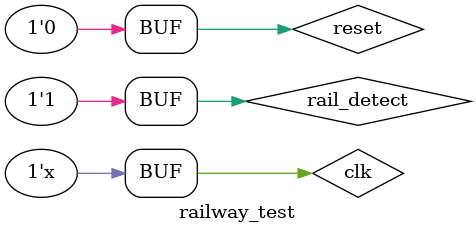
<source format=v>
module railway_test();

	reg reset, rail_detect, clk;
	wire [1:0]gate;
	wire [2:0] light;
	wire [1:0] state;
	railway x1(reset, clk, rail_detect,gate,light,state);
	initial	begin
	clk = 0;
	#10rail_detect = 1;
	#10reset = 1;
	#20 reset = 0;
	#20 rail_detect = 1;
	end
	always 
	#10 clk = ~clk;
	initial 
	begin
	$monitor ("clk = %b,state= %b,light= %b, gate= %b",clk,state,light,gate);
	end

endmodule

</source>
